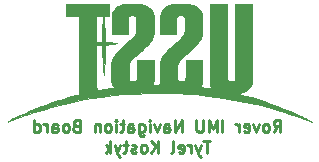
<source format=gbo>
G04 #@! TF.FileFunction,Legend,Bot*
%FSLAX46Y46*%
G04 Gerber Fmt 4.6, Leading zero omitted, Abs format (unit mm)*
G04 Created by KiCad (PCBNEW 4.0.4-stable) date 06/13/17 21:08:50*
%MOMM*%
%LPD*%
G01*
G04 APERTURE LIST*
%ADD10C,0.100000*%
%ADD11C,0.250000*%
%ADD12C,0.010000*%
G04 APERTURE END LIST*
D10*
D11*
X194133334Y-111877381D02*
X194466668Y-111401190D01*
X194704763Y-111877381D02*
X194704763Y-110877381D01*
X194323810Y-110877381D01*
X194228572Y-110925000D01*
X194180953Y-110972619D01*
X194133334Y-111067857D01*
X194133334Y-111210714D01*
X194180953Y-111305952D01*
X194228572Y-111353571D01*
X194323810Y-111401190D01*
X194704763Y-111401190D01*
X193561906Y-111877381D02*
X193657144Y-111829762D01*
X193704763Y-111782143D01*
X193752382Y-111686905D01*
X193752382Y-111401190D01*
X193704763Y-111305952D01*
X193657144Y-111258333D01*
X193561906Y-111210714D01*
X193419048Y-111210714D01*
X193323810Y-111258333D01*
X193276191Y-111305952D01*
X193228572Y-111401190D01*
X193228572Y-111686905D01*
X193276191Y-111782143D01*
X193323810Y-111829762D01*
X193419048Y-111877381D01*
X193561906Y-111877381D01*
X192895239Y-111210714D02*
X192657144Y-111877381D01*
X192419048Y-111210714D01*
X191657143Y-111829762D02*
X191752381Y-111877381D01*
X191942858Y-111877381D01*
X192038096Y-111829762D01*
X192085715Y-111734524D01*
X192085715Y-111353571D01*
X192038096Y-111258333D01*
X191942858Y-111210714D01*
X191752381Y-111210714D01*
X191657143Y-111258333D01*
X191609524Y-111353571D01*
X191609524Y-111448810D01*
X192085715Y-111544048D01*
X191180953Y-111877381D02*
X191180953Y-111210714D01*
X191180953Y-111401190D02*
X191133334Y-111305952D01*
X191085715Y-111258333D01*
X190990477Y-111210714D01*
X190895238Y-111210714D01*
X189800000Y-111877381D02*
X189800000Y-110877381D01*
X189323810Y-111877381D02*
X189323810Y-110877381D01*
X188990476Y-111591667D01*
X188657143Y-110877381D01*
X188657143Y-111877381D01*
X188180953Y-110877381D02*
X188180953Y-111686905D01*
X188133334Y-111782143D01*
X188085715Y-111829762D01*
X187990477Y-111877381D01*
X187800000Y-111877381D01*
X187704762Y-111829762D01*
X187657143Y-111782143D01*
X187609524Y-111686905D01*
X187609524Y-110877381D01*
X186371429Y-111877381D02*
X186371429Y-110877381D01*
X185800000Y-111877381D01*
X185800000Y-110877381D01*
X184895238Y-111877381D02*
X184895238Y-111353571D01*
X184942857Y-111258333D01*
X185038095Y-111210714D01*
X185228572Y-111210714D01*
X185323810Y-111258333D01*
X184895238Y-111829762D02*
X184990476Y-111877381D01*
X185228572Y-111877381D01*
X185323810Y-111829762D01*
X185371429Y-111734524D01*
X185371429Y-111639286D01*
X185323810Y-111544048D01*
X185228572Y-111496429D01*
X184990476Y-111496429D01*
X184895238Y-111448810D01*
X184514286Y-111210714D02*
X184276191Y-111877381D01*
X184038095Y-111210714D01*
X183657143Y-111877381D02*
X183657143Y-111210714D01*
X183657143Y-110877381D02*
X183704762Y-110925000D01*
X183657143Y-110972619D01*
X183609524Y-110925000D01*
X183657143Y-110877381D01*
X183657143Y-110972619D01*
X182752381Y-111210714D02*
X182752381Y-112020238D01*
X182800000Y-112115476D01*
X182847619Y-112163095D01*
X182942858Y-112210714D01*
X183085715Y-112210714D01*
X183180953Y-112163095D01*
X182752381Y-111829762D02*
X182847619Y-111877381D01*
X183038096Y-111877381D01*
X183133334Y-111829762D01*
X183180953Y-111782143D01*
X183228572Y-111686905D01*
X183228572Y-111401190D01*
X183180953Y-111305952D01*
X183133334Y-111258333D01*
X183038096Y-111210714D01*
X182847619Y-111210714D01*
X182752381Y-111258333D01*
X181847619Y-111877381D02*
X181847619Y-111353571D01*
X181895238Y-111258333D01*
X181990476Y-111210714D01*
X182180953Y-111210714D01*
X182276191Y-111258333D01*
X181847619Y-111829762D02*
X181942857Y-111877381D01*
X182180953Y-111877381D01*
X182276191Y-111829762D01*
X182323810Y-111734524D01*
X182323810Y-111639286D01*
X182276191Y-111544048D01*
X182180953Y-111496429D01*
X181942857Y-111496429D01*
X181847619Y-111448810D01*
X181514286Y-111210714D02*
X181133334Y-111210714D01*
X181371429Y-110877381D02*
X181371429Y-111734524D01*
X181323810Y-111829762D01*
X181228572Y-111877381D01*
X181133334Y-111877381D01*
X180800000Y-111877381D02*
X180800000Y-111210714D01*
X180800000Y-110877381D02*
X180847619Y-110925000D01*
X180800000Y-110972619D01*
X180752381Y-110925000D01*
X180800000Y-110877381D01*
X180800000Y-110972619D01*
X180180953Y-111877381D02*
X180276191Y-111829762D01*
X180323810Y-111782143D01*
X180371429Y-111686905D01*
X180371429Y-111401190D01*
X180323810Y-111305952D01*
X180276191Y-111258333D01*
X180180953Y-111210714D01*
X180038095Y-111210714D01*
X179942857Y-111258333D01*
X179895238Y-111305952D01*
X179847619Y-111401190D01*
X179847619Y-111686905D01*
X179895238Y-111782143D01*
X179942857Y-111829762D01*
X180038095Y-111877381D01*
X180180953Y-111877381D01*
X179419048Y-111210714D02*
X179419048Y-111877381D01*
X179419048Y-111305952D02*
X179371429Y-111258333D01*
X179276191Y-111210714D01*
X179133333Y-111210714D01*
X179038095Y-111258333D01*
X178990476Y-111353571D01*
X178990476Y-111877381D01*
X177419047Y-111353571D02*
X177276190Y-111401190D01*
X177228571Y-111448810D01*
X177180952Y-111544048D01*
X177180952Y-111686905D01*
X177228571Y-111782143D01*
X177276190Y-111829762D01*
X177371428Y-111877381D01*
X177752381Y-111877381D01*
X177752381Y-110877381D01*
X177419047Y-110877381D01*
X177323809Y-110925000D01*
X177276190Y-110972619D01*
X177228571Y-111067857D01*
X177228571Y-111163095D01*
X177276190Y-111258333D01*
X177323809Y-111305952D01*
X177419047Y-111353571D01*
X177752381Y-111353571D01*
X176609524Y-111877381D02*
X176704762Y-111829762D01*
X176752381Y-111782143D01*
X176800000Y-111686905D01*
X176800000Y-111401190D01*
X176752381Y-111305952D01*
X176704762Y-111258333D01*
X176609524Y-111210714D01*
X176466666Y-111210714D01*
X176371428Y-111258333D01*
X176323809Y-111305952D01*
X176276190Y-111401190D01*
X176276190Y-111686905D01*
X176323809Y-111782143D01*
X176371428Y-111829762D01*
X176466666Y-111877381D01*
X176609524Y-111877381D01*
X175419047Y-111877381D02*
X175419047Y-111353571D01*
X175466666Y-111258333D01*
X175561904Y-111210714D01*
X175752381Y-111210714D01*
X175847619Y-111258333D01*
X175419047Y-111829762D02*
X175514285Y-111877381D01*
X175752381Y-111877381D01*
X175847619Y-111829762D01*
X175895238Y-111734524D01*
X175895238Y-111639286D01*
X175847619Y-111544048D01*
X175752381Y-111496429D01*
X175514285Y-111496429D01*
X175419047Y-111448810D01*
X174942857Y-111877381D02*
X174942857Y-111210714D01*
X174942857Y-111401190D02*
X174895238Y-111305952D01*
X174847619Y-111258333D01*
X174752381Y-111210714D01*
X174657142Y-111210714D01*
X173895237Y-111877381D02*
X173895237Y-110877381D01*
X173895237Y-111829762D02*
X173990475Y-111877381D01*
X174180952Y-111877381D01*
X174276190Y-111829762D01*
X174323809Y-111782143D01*
X174371428Y-111686905D01*
X174371428Y-111401190D01*
X174323809Y-111305952D01*
X174276190Y-111258333D01*
X174180952Y-111210714D01*
X173990475Y-111210714D01*
X173895237Y-111258333D01*
X188776192Y-112627381D02*
X188204763Y-112627381D01*
X188490478Y-113627381D02*
X188490478Y-112627381D01*
X187966668Y-112960714D02*
X187728573Y-113627381D01*
X187490477Y-112960714D02*
X187728573Y-113627381D01*
X187823811Y-113865476D01*
X187871430Y-113913095D01*
X187966668Y-113960714D01*
X187109525Y-113627381D02*
X187109525Y-112960714D01*
X187109525Y-113151190D02*
X187061906Y-113055952D01*
X187014287Y-113008333D01*
X186919049Y-112960714D01*
X186823810Y-112960714D01*
X186109524Y-113579762D02*
X186204762Y-113627381D01*
X186395239Y-113627381D01*
X186490477Y-113579762D01*
X186538096Y-113484524D01*
X186538096Y-113103571D01*
X186490477Y-113008333D01*
X186395239Y-112960714D01*
X186204762Y-112960714D01*
X186109524Y-113008333D01*
X186061905Y-113103571D01*
X186061905Y-113198810D01*
X186538096Y-113294048D01*
X185490477Y-113627381D02*
X185585715Y-113579762D01*
X185633334Y-113484524D01*
X185633334Y-112627381D01*
X184347619Y-113627381D02*
X184347619Y-112627381D01*
X183776190Y-113627381D02*
X184204762Y-113055952D01*
X183776190Y-112627381D02*
X184347619Y-113198810D01*
X183204762Y-113627381D02*
X183300000Y-113579762D01*
X183347619Y-113532143D01*
X183395238Y-113436905D01*
X183395238Y-113151190D01*
X183347619Y-113055952D01*
X183300000Y-113008333D01*
X183204762Y-112960714D01*
X183061904Y-112960714D01*
X182966666Y-113008333D01*
X182919047Y-113055952D01*
X182871428Y-113151190D01*
X182871428Y-113436905D01*
X182919047Y-113532143D01*
X182966666Y-113579762D01*
X183061904Y-113627381D01*
X183204762Y-113627381D01*
X182490476Y-113579762D02*
X182395238Y-113627381D01*
X182204762Y-113627381D01*
X182109523Y-113579762D01*
X182061904Y-113484524D01*
X182061904Y-113436905D01*
X182109523Y-113341667D01*
X182204762Y-113294048D01*
X182347619Y-113294048D01*
X182442857Y-113246429D01*
X182490476Y-113151190D01*
X182490476Y-113103571D01*
X182442857Y-113008333D01*
X182347619Y-112960714D01*
X182204762Y-112960714D01*
X182109523Y-113008333D01*
X181776190Y-112960714D02*
X181395238Y-112960714D01*
X181633333Y-112627381D02*
X181633333Y-113484524D01*
X181585714Y-113579762D01*
X181490476Y-113627381D01*
X181395238Y-113627381D01*
X181157142Y-112960714D02*
X180919047Y-113627381D01*
X180680951Y-112960714D02*
X180919047Y-113627381D01*
X181014285Y-113865476D01*
X181061904Y-113913095D01*
X181157142Y-113960714D01*
X180299999Y-113627381D02*
X180299999Y-112627381D01*
X180204761Y-113246429D02*
X179919046Y-113627381D01*
X179919046Y-112960714D02*
X180299999Y-113341667D01*
D12*
G36*
X186180139Y-100999918D02*
X186030762Y-101004198D01*
X185901803Y-101010541D01*
X185788325Y-101019496D01*
X185685391Y-101031610D01*
X185588066Y-101047430D01*
X185491412Y-101067503D01*
X185423927Y-101083767D01*
X185245662Y-101138100D01*
X185088671Y-101205876D01*
X184952417Y-101287518D01*
X184836366Y-101383452D01*
X184739981Y-101494101D01*
X184662726Y-101619890D01*
X184618139Y-101721419D01*
X184602607Y-101763898D01*
X184589222Y-101804099D01*
X184577824Y-101844224D01*
X184568256Y-101886476D01*
X184560357Y-101933054D01*
X184553969Y-101986161D01*
X184548933Y-102047997D01*
X184545089Y-102120765D01*
X184542278Y-102206665D01*
X184540342Y-102307900D01*
X184539121Y-102426669D01*
X184538456Y-102565176D01*
X184538188Y-102725621D01*
X184538152Y-102828175D01*
X184538100Y-103587000D01*
X185909700Y-103587000D01*
X185909700Y-102878490D01*
X185909701Y-102169981D01*
X185938275Y-102113315D01*
X185978064Y-102062127D01*
X186038261Y-102024129D01*
X186117309Y-101999759D01*
X186213651Y-101989451D01*
X186325729Y-101993644D01*
X186354178Y-101996780D01*
X186433606Y-102009974D01*
X186492651Y-102028632D01*
X186536135Y-102055068D01*
X186568879Y-102091594D01*
X186576450Y-102103397D01*
X186582163Y-102113702D01*
X186586948Y-102125497D01*
X186590889Y-102140986D01*
X186594067Y-102162372D01*
X186596564Y-102191857D01*
X186598461Y-102231644D01*
X186599842Y-102283936D01*
X186600787Y-102350936D01*
X186601378Y-102434846D01*
X186601698Y-102537870D01*
X186601828Y-102662211D01*
X186601850Y-102786900D01*
X186601814Y-102939291D01*
X186601544Y-103068619D01*
X186600801Y-103177217D01*
X186599346Y-103267423D01*
X186596941Y-103341571D01*
X186593345Y-103401997D01*
X186588319Y-103451037D01*
X186581624Y-103491027D01*
X186573020Y-103524302D01*
X186562270Y-103553197D01*
X186549132Y-103580049D01*
X186533368Y-103607193D01*
X186514761Y-103636929D01*
X186492261Y-103671249D01*
X186468076Y-103705081D01*
X186440733Y-103739845D01*
X186408758Y-103776959D01*
X186370679Y-103817845D01*
X186325021Y-103863922D01*
X186270313Y-103916609D01*
X186205080Y-103977328D01*
X186127849Y-104047496D01*
X186037147Y-104128534D01*
X185931502Y-104221863D01*
X185809439Y-104328901D01*
X185674750Y-104446479D01*
X185503105Y-104597852D01*
X185350800Y-104736087D01*
X185216436Y-104862711D01*
X185098615Y-104979250D01*
X184995939Y-105087232D01*
X184907009Y-105188184D01*
X184830427Y-105283633D01*
X184764794Y-105375107D01*
X184708711Y-105464131D01*
X184660781Y-105552233D01*
X184659144Y-105555500D01*
X184624573Y-105628424D01*
X184594663Y-105700705D01*
X184569134Y-105774659D01*
X184547704Y-105852600D01*
X184530093Y-105936842D01*
X184516022Y-106029702D01*
X184505209Y-106133493D01*
X184497374Y-106250531D01*
X184492237Y-106383130D01*
X184489516Y-106533606D01*
X184488933Y-106704273D01*
X184490205Y-106897445D01*
X184490732Y-106945462D01*
X184492747Y-107095539D01*
X184495151Y-107223028D01*
X184498169Y-107330744D01*
X184502024Y-107421500D01*
X184506942Y-107498108D01*
X184513147Y-107563381D01*
X184520862Y-107620132D01*
X184530313Y-107671175D01*
X184541722Y-107719322D01*
X184555316Y-107767385D01*
X184556607Y-107771650D01*
X184567595Y-107809378D01*
X184574657Y-107836724D01*
X184576063Y-107844675D01*
X184563956Y-107847227D01*
X184529778Y-107849520D01*
X184476857Y-107851460D01*
X184408522Y-107852950D01*
X184328100Y-107853895D01*
X184245145Y-107854200D01*
X184144888Y-107854104D01*
X184067248Y-107853690D01*
X184009444Y-107852767D01*
X183968691Y-107851144D01*
X183942209Y-107848630D01*
X183927214Y-107845034D01*
X183920923Y-107840166D01*
X183920556Y-107833834D01*
X183921071Y-107831975D01*
X183944952Y-107745744D01*
X183966899Y-107648118D01*
X183984203Y-107552050D01*
X183992145Y-107492250D01*
X183994297Y-107459237D01*
X183996334Y-107403387D01*
X183998222Y-107327262D01*
X183999925Y-107233426D01*
X184001410Y-107124441D01*
X184002642Y-107002869D01*
X184003586Y-106871274D01*
X184004209Y-106732217D01*
X184004475Y-106588263D01*
X184004480Y-106574675D01*
X184004700Y-105771400D01*
X182570133Y-105771400D01*
X182566692Y-106606425D01*
X182566075Y-106777190D01*
X182565570Y-106924411D01*
X182564934Y-107049940D01*
X182563920Y-107155630D01*
X182562285Y-107243335D01*
X182559784Y-107314907D01*
X182556173Y-107372199D01*
X182551205Y-107417065D01*
X182544638Y-107451356D01*
X182536226Y-107476926D01*
X182525724Y-107495629D01*
X182512888Y-107509316D01*
X182497473Y-107519841D01*
X182479234Y-107529056D01*
X182457928Y-107538816D01*
X182442600Y-107546187D01*
X182409831Y-107561547D01*
X182380394Y-107571624D01*
X182347513Y-107577515D01*
X182304411Y-107580317D01*
X182244312Y-107581129D01*
X182226700Y-107581150D01*
X182135684Y-107578517D01*
X182064580Y-107569634D01*
X182008355Y-107553021D01*
X181961972Y-107527201D01*
X181921065Y-107491381D01*
X181877450Y-107446377D01*
X181877450Y-106107950D01*
X181922966Y-106012700D01*
X181948678Y-105962737D01*
X181978448Y-105913018D01*
X182013737Y-105862045D01*
X182056009Y-105808324D01*
X182106727Y-105750357D01*
X182167354Y-105686648D01*
X182239353Y-105615702D01*
X182324187Y-105536022D01*
X182423319Y-105446112D01*
X182538212Y-105344476D01*
X182670328Y-105229618D01*
X182785779Y-105130314D01*
X182960712Y-104978659D01*
X183115847Y-104840442D01*
X183252255Y-104714620D01*
X183371007Y-104600152D01*
X183473172Y-104495993D01*
X183559821Y-104401102D01*
X183632025Y-104314436D01*
X183657600Y-104281174D01*
X183733479Y-104171769D01*
X183804381Y-104054135D01*
X183866327Y-103935585D01*
X183915341Y-103823434D01*
X183932641Y-103775430D01*
X183945819Y-103734359D01*
X183957114Y-103695138D01*
X183966669Y-103655498D01*
X183974628Y-103613168D01*
X183981132Y-103565878D01*
X183986324Y-103511356D01*
X183990347Y-103447334D01*
X183993344Y-103371539D01*
X183995456Y-103281703D01*
X183996827Y-103175554D01*
X183997599Y-103050823D01*
X183997914Y-102905238D01*
X183997916Y-102736529D01*
X183997916Y-102736100D01*
X183997482Y-102005850D01*
X183963807Y-101882357D01*
X183909550Y-101726598D01*
X183835964Y-101587089D01*
X183742615Y-101463299D01*
X183629071Y-101354701D01*
X183494896Y-101260764D01*
X183420500Y-101219419D01*
X183327287Y-101175242D01*
X183229738Y-101137065D01*
X183123688Y-101103729D01*
X183004974Y-101074075D01*
X182869433Y-101046944D01*
X182712901Y-101021177D01*
X182702950Y-101019679D01*
X182641142Y-101012976D01*
X182558457Y-101007802D01*
X182459370Y-101004128D01*
X182348357Y-101001931D01*
X182229895Y-101001183D01*
X182108458Y-101001858D01*
X181988522Y-101003931D01*
X181874562Y-101007375D01*
X181771054Y-101012164D01*
X181682475Y-101018273D01*
X181613298Y-101025675D01*
X181610750Y-101026033D01*
X181402364Y-101062870D01*
X181216171Y-101111160D01*
X181051486Y-101171321D01*
X180907623Y-101243772D01*
X180783896Y-101328935D01*
X180679620Y-101427227D01*
X180594110Y-101539069D01*
X180526679Y-101664880D01*
X180512851Y-101697849D01*
X180497185Y-101737473D01*
X180483675Y-101773470D01*
X180472148Y-101808003D01*
X180462432Y-101843236D01*
X180454357Y-101881335D01*
X180447750Y-101924463D01*
X180442440Y-101974785D01*
X180438255Y-102034465D01*
X180435023Y-102105667D01*
X180432573Y-102190555D01*
X180430733Y-102291293D01*
X180429331Y-102410047D01*
X180428195Y-102548980D01*
X180427155Y-102710256D01*
X180426714Y-102783724D01*
X180421913Y-103586999D01*
X181108407Y-103586999D01*
X181794900Y-103587000D01*
X181794900Y-102879809D01*
X181794925Y-102727786D01*
X181795049Y-102599043D01*
X181795343Y-102491458D01*
X181795883Y-102402913D01*
X181796741Y-102331285D01*
X181797991Y-102274455D01*
X181799705Y-102230302D01*
X181801957Y-102196706D01*
X181804820Y-102171546D01*
X181808367Y-102152701D01*
X181812672Y-102138052D01*
X181817807Y-102125478D01*
X181821202Y-102118288D01*
X181851302Y-102071906D01*
X181892697Y-102038243D01*
X181949863Y-102014741D01*
X182027277Y-101998840D01*
X182031130Y-101998287D01*
X182148575Y-101989299D01*
X182255398Y-101996394D01*
X182347390Y-102019188D01*
X182372361Y-102029437D01*
X182396801Y-102040367D01*
X182417506Y-102050355D01*
X182434783Y-102061479D01*
X182448942Y-102075814D01*
X182460293Y-102095437D01*
X182469143Y-102122423D01*
X182475803Y-102158849D01*
X182480582Y-102206790D01*
X182483789Y-102268324D01*
X182485733Y-102345525D01*
X182486723Y-102440471D01*
X182487068Y-102555237D01*
X182487078Y-102691899D01*
X182487050Y-102799600D01*
X182487033Y-102945175D01*
X182486920Y-103067618D01*
X182486622Y-103169199D01*
X182486047Y-103252185D01*
X182485106Y-103318845D01*
X182483707Y-103371448D01*
X182481761Y-103412263D01*
X182479177Y-103443557D01*
X182475865Y-103467599D01*
X182471733Y-103486658D01*
X182466692Y-103503003D01*
X182460652Y-103518901D01*
X182458117Y-103525193D01*
X182435994Y-103571500D01*
X182404739Y-103626660D01*
X182370761Y-103679436D01*
X182367606Y-103683943D01*
X182347342Y-103712239D01*
X182327250Y-103739044D01*
X182305954Y-103765645D01*
X182282074Y-103793332D01*
X182254231Y-103823395D01*
X182221047Y-103857123D01*
X182181143Y-103895805D01*
X182133140Y-103940730D01*
X182075660Y-103993188D01*
X182007323Y-104054467D01*
X181926752Y-104125858D01*
X181832568Y-104208650D01*
X181723391Y-104304131D01*
X181597844Y-104413591D01*
X181454547Y-104538319D01*
X181446356Y-104545445D01*
X181371669Y-104611800D01*
X181286197Y-104689992D01*
X181196810Y-104773595D01*
X181110375Y-104856184D01*
X181033762Y-104931333D01*
X181032298Y-104932795D01*
X180891569Y-105079061D01*
X180771799Y-105216502D01*
X180671360Y-105347908D01*
X180588624Y-105476070D01*
X180521960Y-105603779D01*
X180469741Y-105733826D01*
X180430337Y-105869001D01*
X180402120Y-106012096D01*
X180402026Y-106012700D01*
X180396700Y-106049645D01*
X180392252Y-106088106D01*
X180388603Y-106130679D01*
X180385678Y-106179960D01*
X180383400Y-106238544D01*
X180381692Y-106309028D01*
X180380479Y-106394005D01*
X180379684Y-106496073D01*
X180379230Y-106617827D01*
X180379042Y-106761863D01*
X180379029Y-106793750D01*
X180379175Y-106957900D01*
X180379821Y-107099079D01*
X180381131Y-107219711D01*
X180383268Y-107322223D01*
X180386395Y-107409041D01*
X180390675Y-107482589D01*
X180396272Y-107545295D01*
X180403349Y-107599583D01*
X180412069Y-107647880D01*
X180422596Y-107692611D01*
X180435092Y-107736202D01*
X180444422Y-107765300D01*
X180494296Y-107887959D01*
X180563984Y-108012596D01*
X180591817Y-108055117D01*
X180611878Y-108086500D01*
X180623395Y-108107988D01*
X180624550Y-108113537D01*
X180611265Y-108116239D01*
X180576387Y-108121889D01*
X180523481Y-108129950D01*
X180456111Y-108139885D01*
X180377845Y-108151156D01*
X180328050Y-108158209D01*
X180239841Y-108171103D01*
X180132756Y-108187525D01*
X180012916Y-108206492D01*
X179886442Y-108227017D01*
X179759455Y-108248117D01*
X179638075Y-108268806D01*
X179605796Y-108274414D01*
X179503951Y-108292105D01*
X179409700Y-108308312D01*
X179326056Y-108322529D01*
X179256030Y-108334251D01*
X179202636Y-108342973D01*
X179168885Y-108348189D01*
X179158121Y-108349500D01*
X179155739Y-108346482D01*
X179153575Y-108336689D01*
X179151621Y-108319015D01*
X179149865Y-108292350D01*
X179148299Y-108255588D01*
X179146912Y-108207620D01*
X179145694Y-108147339D01*
X179144635Y-108073637D01*
X179143725Y-107985407D01*
X179142955Y-107881540D01*
X179142314Y-107760929D01*
X179141791Y-107622466D01*
X179141378Y-107465043D01*
X179141065Y-107287553D01*
X179140840Y-107088888D01*
X179140695Y-106867939D01*
X179140618Y-106623601D01*
X179140600Y-106406717D01*
X179140601Y-104463935D01*
X179175525Y-104469555D01*
X179200377Y-104472980D01*
X179244921Y-104478571D01*
X179303608Y-104485651D01*
X179370890Y-104493544D01*
X179397571Y-104496617D01*
X179584692Y-104518059D01*
X179590981Y-104557354D01*
X179592797Y-104576488D01*
X179595967Y-104618785D01*
X179600350Y-104682054D01*
X179605805Y-104764103D01*
X179612191Y-104862739D01*
X179619367Y-104975769D01*
X179627191Y-105101003D01*
X179635523Y-105236248D01*
X179644220Y-105379311D01*
X179648711Y-105453900D01*
X179664287Y-105711873D01*
X179678577Y-105945156D01*
X179691628Y-106154423D01*
X179703488Y-106340350D01*
X179714204Y-106503610D01*
X179723824Y-106644880D01*
X179732396Y-106764833D01*
X179739967Y-106864144D01*
X179746584Y-106943489D01*
X179752294Y-107003541D01*
X179757146Y-107044975D01*
X179761187Y-107068467D01*
X179762655Y-107073150D01*
X179769580Y-107083514D01*
X179773354Y-107073182D01*
X179774864Y-107041400D01*
X179775957Y-107009102D01*
X179778331Y-106957288D01*
X179781694Y-106891791D01*
X179785750Y-106818446D01*
X179788299Y-106774700D01*
X179791505Y-106717270D01*
X179795776Y-106635005D01*
X179801088Y-106528448D01*
X179807414Y-106398140D01*
X179814730Y-106244623D01*
X179823010Y-106068439D01*
X179832229Y-105870129D01*
X179842362Y-105650237D01*
X179853382Y-105409302D01*
X179865265Y-105147869D01*
X179877985Y-104866477D01*
X179885317Y-104703667D01*
X179893642Y-104518584D01*
X180377546Y-104438106D01*
X180485377Y-104420007D01*
X180585340Y-104402911D01*
X180674661Y-104387315D01*
X180750568Y-104373718D01*
X180810290Y-104362618D01*
X180851052Y-104354512D01*
X180870083Y-104349900D01*
X180871045Y-104349434D01*
X180861902Y-104345489D01*
X180830117Y-104339091D01*
X180778291Y-104330595D01*
X180709025Y-104320353D01*
X180624923Y-104308720D01*
X180528585Y-104296049D01*
X180422614Y-104282693D01*
X180309612Y-104269005D01*
X180192179Y-104255340D01*
X180113605Y-104246516D01*
X180042687Y-104238393D01*
X179981002Y-104230801D01*
X179932798Y-104224305D01*
X179902320Y-104219471D01*
X179893596Y-104217228D01*
X179891768Y-104203830D01*
X179888652Y-104167522D01*
X179884411Y-104110756D01*
X179879213Y-104035981D01*
X179873221Y-103945647D01*
X179866603Y-103842204D01*
X179859523Y-103728101D01*
X179852147Y-103605788D01*
X179851108Y-103588283D01*
X179842659Y-103446259D01*
X179833687Y-103296574D01*
X179824501Y-103144279D01*
X179815407Y-102994428D01*
X179806713Y-102852074D01*
X179798725Y-102722268D01*
X179791750Y-102610063D01*
X179788542Y-102559025D01*
X179782242Y-102457915D01*
X179776503Y-102363153D01*
X179771523Y-102278197D01*
X179767497Y-102206505D01*
X179764623Y-102151536D01*
X179763097Y-102116747D01*
X179762900Y-102108074D01*
X179762900Y-102063000D01*
X179677931Y-102063000D01*
X179669634Y-102288425D01*
X179665712Y-102391501D01*
X179661004Y-102509365D01*
X179655642Y-102639147D01*
X179649756Y-102777980D01*
X179643477Y-102922996D01*
X179636937Y-103071325D01*
X179630265Y-103220101D01*
X179623593Y-103366454D01*
X179617050Y-103507516D01*
X179610769Y-103640420D01*
X179604880Y-103762296D01*
X179599513Y-103870278D01*
X179594800Y-103961496D01*
X179590871Y-104033082D01*
X179587856Y-104082168D01*
X179587847Y-104082300D01*
X179578750Y-104215650D01*
X179388250Y-104249245D01*
X179319574Y-104261119D01*
X179257949Y-104271334D01*
X179208563Y-104279063D01*
X179176601Y-104283479D01*
X179169175Y-104284170D01*
X179140600Y-104285500D01*
X179140600Y-102063000D01*
X179677931Y-102063000D01*
X179762900Y-102063000D01*
X180232800Y-102063000D01*
X180232800Y-101072400D01*
X176562500Y-101072400D01*
X176562500Y-102062724D01*
X177635650Y-102069350D01*
X177642048Y-108691408D01*
X177594399Y-108703879D01*
X177559569Y-108712859D01*
X177509474Y-108725608D01*
X177453493Y-108739743D01*
X177438800Y-108743433D01*
X177098109Y-108832528D01*
X176739753Y-108933077D01*
X176367978Y-109043683D01*
X175987030Y-109162948D01*
X175601153Y-109289478D01*
X175214594Y-109421874D01*
X174831597Y-109558741D01*
X174456407Y-109698681D01*
X174093270Y-109840297D01*
X174039789Y-109861724D01*
X173829446Y-109947577D01*
X173610234Y-110039433D01*
X173385453Y-110135790D01*
X173158405Y-110235148D01*
X172932388Y-110336007D01*
X172710704Y-110436868D01*
X172496654Y-110536229D01*
X172293537Y-110632591D01*
X172104654Y-110724453D01*
X171933306Y-110810316D01*
X171796706Y-110881279D01*
X171730341Y-110917237D01*
X171678597Y-110946788D01*
X171642979Y-110968905D01*
X171624988Y-110982561D01*
X171626127Y-110986729D01*
X171647899Y-110980382D01*
X171656400Y-110977165D01*
X171990525Y-110849747D01*
X172342555Y-110720115D01*
X172707655Y-110589884D01*
X173080990Y-110460669D01*
X173457724Y-110334085D01*
X173833024Y-110211746D01*
X174202054Y-110095268D01*
X174559979Y-109986264D01*
X174901965Y-109886351D01*
X175034049Y-109849059D01*
X175943610Y-109608197D01*
X176858635Y-109392089D01*
X177778708Y-109200780D01*
X178703417Y-109034314D01*
X179632348Y-108892734D01*
X180565087Y-108776084D01*
X181501220Y-108684408D01*
X182440334Y-108617749D01*
X183382016Y-108576153D01*
X184325851Y-108559661D01*
X185271426Y-108568319D01*
X186218328Y-108602171D01*
X186601850Y-108623043D01*
X187532834Y-108691226D01*
X188461916Y-108784228D01*
X189388026Y-108901865D01*
X190310095Y-109043956D01*
X191227055Y-109210316D01*
X192137835Y-109400763D01*
X193041368Y-109615114D01*
X193936583Y-109853184D01*
X194167965Y-109918980D01*
X194470154Y-110007962D01*
X194785233Y-110104288D01*
X195107892Y-110206203D01*
X195432822Y-110311952D01*
X195754714Y-110419777D01*
X196068259Y-110527924D01*
X196368146Y-110634636D01*
X196649068Y-110738157D01*
X196679300Y-110749545D01*
X196815434Y-110800682D01*
X196940868Y-110847280D01*
X197053898Y-110888735D01*
X197152817Y-110924440D01*
X197235921Y-110953791D01*
X197301505Y-110976183D01*
X197347864Y-110991011D01*
X197373293Y-110997670D01*
X197377800Y-110997426D01*
X197366657Y-110988384D01*
X197334676Y-110969660D01*
X197284034Y-110942319D01*
X197216908Y-110907428D01*
X197135473Y-110866054D01*
X197041905Y-110819265D01*
X196938381Y-110768126D01*
X196827076Y-110713704D01*
X196710167Y-110657066D01*
X196589830Y-110599280D01*
X196468241Y-110541410D01*
X196347576Y-110484526D01*
X196230010Y-110429692D01*
X196117721Y-110377976D01*
X196067480Y-110355092D01*
X195536945Y-110121179D01*
X194996583Y-109896109D01*
X194450016Y-109681162D01*
X193900866Y-109477619D01*
X193352753Y-109286760D01*
X192809300Y-109109866D01*
X192274128Y-108948217D01*
X191750858Y-108803092D01*
X191481825Y-108733873D01*
X191400345Y-108713157D01*
X191327763Y-108694050D01*
X191267493Y-108677505D01*
X191222948Y-108664474D01*
X191197543Y-108655911D01*
X191192900Y-108653257D01*
X191204010Y-108645503D01*
X191233577Y-108632196D01*
X191275954Y-108615800D01*
X191291325Y-108610294D01*
X191388929Y-108572224D01*
X191494879Y-108524557D01*
X191599904Y-108471836D01*
X191694731Y-108418608D01*
X191739000Y-108390880D01*
X191886835Y-108282701D01*
X192012003Y-108166601D01*
X192116762Y-108039555D01*
X192203370Y-107898540D01*
X192274083Y-107740532D01*
X192315019Y-107619250D01*
X192341666Y-107530350D01*
X192345302Y-104301374D01*
X192348938Y-101072399D01*
X191605819Y-101072399D01*
X190862700Y-101072400D01*
X190860715Y-101818525D01*
X190860501Y-101909917D01*
X190860281Y-102024935D01*
X190860055Y-102161808D01*
X190859827Y-102318760D01*
X190859597Y-102494019D01*
X190859368Y-102685812D01*
X190859141Y-102892364D01*
X190858918Y-103111904D01*
X190858701Y-103342657D01*
X190858491Y-103582850D01*
X190858291Y-103830710D01*
X190858102Y-104084464D01*
X190857925Y-104342338D01*
X190857763Y-104602559D01*
X190857617Y-104863354D01*
X190857540Y-105015750D01*
X190857367Y-105263614D01*
X190857095Y-105504803D01*
X190856729Y-105738077D01*
X190856276Y-105962199D01*
X190855742Y-106175931D01*
X190855131Y-106378036D01*
X190854450Y-106567276D01*
X190853705Y-106742412D01*
X190852901Y-106902207D01*
X190852045Y-107045423D01*
X190851142Y-107170822D01*
X190850197Y-107277167D01*
X190849217Y-107363219D01*
X190848207Y-107427742D01*
X190847174Y-107469496D01*
X190846122Y-107487244D01*
X190845988Y-107487716D01*
X190829632Y-107503354D01*
X190796949Y-107523926D01*
X190757088Y-107543995D01*
X190662590Y-107574935D01*
X190562372Y-107587197D01*
X190462431Y-107581199D01*
X190368766Y-107557359D01*
X190287375Y-107516096D01*
X190279706Y-107510713D01*
X190225381Y-107471360D01*
X190227822Y-105633955D01*
X190228122Y-105389239D01*
X190228391Y-105131963D01*
X190228627Y-104865351D01*
X190228830Y-104592627D01*
X190228997Y-104317016D01*
X190229129Y-104041743D01*
X190229223Y-103770031D01*
X190229279Y-103505105D01*
X190229296Y-103250191D01*
X190229272Y-103008512D01*
X190229205Y-102783292D01*
X190229096Y-102577756D01*
X190228982Y-102434475D01*
X190227700Y-101072400D01*
X188728594Y-101072400D01*
X188732655Y-104422025D01*
X188733059Y-104770265D01*
X188733410Y-105094045D01*
X188733731Y-105394304D01*
X188734043Y-105671982D01*
X188734368Y-105928018D01*
X188734729Y-106163353D01*
X188735147Y-106378924D01*
X188735645Y-106575673D01*
X188736244Y-106754539D01*
X188736966Y-106916461D01*
X188737833Y-107062378D01*
X188738867Y-107193231D01*
X188740091Y-107309959D01*
X188741526Y-107413501D01*
X188743194Y-107504798D01*
X188745118Y-107584787D01*
X188747318Y-107654411D01*
X188749818Y-107714607D01*
X188752639Y-107766315D01*
X188755802Y-107810475D01*
X188759331Y-107848026D01*
X188763247Y-107879909D01*
X188767572Y-107907062D01*
X188772328Y-107930426D01*
X188777537Y-107950939D01*
X188783221Y-107969541D01*
X188789402Y-107987172D01*
X188796101Y-108004772D01*
X188803342Y-108023279D01*
X188811146Y-108043635D01*
X188817806Y-108061874D01*
X188834432Y-108111282D01*
X188846129Y-108151190D01*
X188851343Y-108175986D01*
X188850890Y-108181143D01*
X188837072Y-108181141D01*
X188801264Y-108177839D01*
X188746606Y-108171618D01*
X188676240Y-108162861D01*
X188593307Y-108151949D01*
X188500949Y-108139265D01*
X188465898Y-108134324D01*
X188365648Y-108120297D01*
X188268978Y-108107145D01*
X188180036Y-108095402D01*
X188102967Y-108085606D01*
X188041918Y-108078291D01*
X188001034Y-108073994D01*
X187995675Y-108073546D01*
X187951038Y-108069126D01*
X187918347Y-108064035D01*
X187903895Y-108059287D01*
X187903684Y-108058741D01*
X187910244Y-108044129D01*
X187926273Y-108018123D01*
X187929756Y-108012950D01*
X187972361Y-107941869D01*
X188014068Y-107857352D01*
X188049530Y-107770969D01*
X188068727Y-107712226D01*
X188078360Y-107674058D01*
X188086730Y-107631843D01*
X188093919Y-107583657D01*
X188100011Y-107527580D01*
X188105089Y-107461688D01*
X188109235Y-107384058D01*
X188112533Y-107292767D01*
X188115066Y-107185894D01*
X188116916Y-107061516D01*
X188118167Y-106917709D01*
X188118901Y-106752551D01*
X188119202Y-106564121D01*
X188119212Y-106542925D01*
X188119500Y-105771400D01*
X186684400Y-105771400D01*
X186684400Y-106584607D01*
X186684310Y-106754759D01*
X186684015Y-106901246D01*
X186683479Y-107025803D01*
X186682669Y-107130163D01*
X186681549Y-107216062D01*
X186680083Y-107285234D01*
X186678237Y-107339413D01*
X186675976Y-107380334D01*
X186673263Y-107409731D01*
X186670065Y-107429339D01*
X186667077Y-107439275D01*
X186630036Y-107495629D01*
X186572141Y-107539124D01*
X186494804Y-107569129D01*
X186399435Y-107585010D01*
X186336854Y-107587500D01*
X186233695Y-107580466D01*
X186145622Y-107560009D01*
X186074819Y-107527092D01*
X186023476Y-107482681D01*
X185997188Y-107437735D01*
X185994956Y-107419422D01*
X185992883Y-107378289D01*
X185991014Y-107316917D01*
X185989391Y-107237886D01*
X185988057Y-107143778D01*
X185987055Y-107037171D01*
X185986430Y-106920647D01*
X185986224Y-106796786D01*
X185986228Y-106783398D01*
X185986330Y-106641201D01*
X185986538Y-106522027D01*
X185986948Y-106423497D01*
X185987656Y-106343233D01*
X185988760Y-106278859D01*
X185990356Y-106227996D01*
X185992540Y-106188266D01*
X185995408Y-106157291D01*
X185999057Y-106132694D01*
X186003584Y-106112097D01*
X186009085Y-106093123D01*
X186014949Y-106075465D01*
X186035367Y-106022027D01*
X186060596Y-105969046D01*
X186091961Y-105915117D01*
X186130788Y-105858839D01*
X186178402Y-105798807D01*
X186236129Y-105733617D01*
X186305294Y-105661868D01*
X186387224Y-105582155D01*
X186483244Y-105493075D01*
X186594679Y-105393224D01*
X186722855Y-105281200D01*
X186869098Y-105155598D01*
X186944326Y-105091582D01*
X187113386Y-104946248D01*
X187263035Y-104813502D01*
X187394847Y-104691616D01*
X187510392Y-104578863D01*
X187611245Y-104473518D01*
X187698977Y-104373852D01*
X187775160Y-104278140D01*
X187841367Y-104184653D01*
X187899170Y-104091666D01*
X187950141Y-103997452D01*
X187961589Y-103974350D01*
X187997074Y-103899855D01*
X188025816Y-103834238D01*
X188048645Y-103773359D01*
X188066390Y-103713083D01*
X188079879Y-103649271D01*
X188089941Y-103577786D01*
X188097406Y-103494489D01*
X188103101Y-103395245D01*
X188107857Y-103275914D01*
X188109152Y-103237750D01*
X188112123Y-103126667D01*
X188114399Y-102997595D01*
X188115924Y-102857935D01*
X188116641Y-102715088D01*
X188116494Y-102576457D01*
X188115426Y-102449444D01*
X188115266Y-102437650D01*
X188113032Y-102302723D01*
X188110134Y-102189865D01*
X188106067Y-102095742D01*
X188100324Y-102017023D01*
X188092398Y-101950376D01*
X188081782Y-101892470D01*
X188067969Y-101839972D01*
X188050454Y-101789551D01*
X188028729Y-101737874D01*
X188002288Y-101681611D01*
X187999387Y-101675650D01*
X187929536Y-101553666D01*
X187845310Y-101446350D01*
X187744750Y-101352165D01*
X187625899Y-101269575D01*
X187486803Y-101197042D01*
X187325503Y-101133030D01*
X187295541Y-101122820D01*
X187160570Y-101082739D01*
X187019191Y-101050849D01*
X186868186Y-101026796D01*
X186704339Y-101010224D01*
X186524434Y-101000781D01*
X186325254Y-100998110D01*
X186180139Y-100999918D01*
X186180139Y-100999918D01*
G37*
X186180139Y-100999918D02*
X186030762Y-101004198D01*
X185901803Y-101010541D01*
X185788325Y-101019496D01*
X185685391Y-101031610D01*
X185588066Y-101047430D01*
X185491412Y-101067503D01*
X185423927Y-101083767D01*
X185245662Y-101138100D01*
X185088671Y-101205876D01*
X184952417Y-101287518D01*
X184836366Y-101383452D01*
X184739981Y-101494101D01*
X184662726Y-101619890D01*
X184618139Y-101721419D01*
X184602607Y-101763898D01*
X184589222Y-101804099D01*
X184577824Y-101844224D01*
X184568256Y-101886476D01*
X184560357Y-101933054D01*
X184553969Y-101986161D01*
X184548933Y-102047997D01*
X184545089Y-102120765D01*
X184542278Y-102206665D01*
X184540342Y-102307900D01*
X184539121Y-102426669D01*
X184538456Y-102565176D01*
X184538188Y-102725621D01*
X184538152Y-102828175D01*
X184538100Y-103587000D01*
X185909700Y-103587000D01*
X185909700Y-102878490D01*
X185909701Y-102169981D01*
X185938275Y-102113315D01*
X185978064Y-102062127D01*
X186038261Y-102024129D01*
X186117309Y-101999759D01*
X186213651Y-101989451D01*
X186325729Y-101993644D01*
X186354178Y-101996780D01*
X186433606Y-102009974D01*
X186492651Y-102028632D01*
X186536135Y-102055068D01*
X186568879Y-102091594D01*
X186576450Y-102103397D01*
X186582163Y-102113702D01*
X186586948Y-102125497D01*
X186590889Y-102140986D01*
X186594067Y-102162372D01*
X186596564Y-102191857D01*
X186598461Y-102231644D01*
X186599842Y-102283936D01*
X186600787Y-102350936D01*
X186601378Y-102434846D01*
X186601698Y-102537870D01*
X186601828Y-102662211D01*
X186601850Y-102786900D01*
X186601814Y-102939291D01*
X186601544Y-103068619D01*
X186600801Y-103177217D01*
X186599346Y-103267423D01*
X186596941Y-103341571D01*
X186593345Y-103401997D01*
X186588319Y-103451037D01*
X186581624Y-103491027D01*
X186573020Y-103524302D01*
X186562270Y-103553197D01*
X186549132Y-103580049D01*
X186533368Y-103607193D01*
X186514761Y-103636929D01*
X186492261Y-103671249D01*
X186468076Y-103705081D01*
X186440733Y-103739845D01*
X186408758Y-103776959D01*
X186370679Y-103817845D01*
X186325021Y-103863922D01*
X186270313Y-103916609D01*
X186205080Y-103977328D01*
X186127849Y-104047496D01*
X186037147Y-104128534D01*
X185931502Y-104221863D01*
X185809439Y-104328901D01*
X185674750Y-104446479D01*
X185503105Y-104597852D01*
X185350800Y-104736087D01*
X185216436Y-104862711D01*
X185098615Y-104979250D01*
X184995939Y-105087232D01*
X184907009Y-105188184D01*
X184830427Y-105283633D01*
X184764794Y-105375107D01*
X184708711Y-105464131D01*
X184660781Y-105552233D01*
X184659144Y-105555500D01*
X184624573Y-105628424D01*
X184594663Y-105700705D01*
X184569134Y-105774659D01*
X184547704Y-105852600D01*
X184530093Y-105936842D01*
X184516022Y-106029702D01*
X184505209Y-106133493D01*
X184497374Y-106250531D01*
X184492237Y-106383130D01*
X184489516Y-106533606D01*
X184488933Y-106704273D01*
X184490205Y-106897445D01*
X184490732Y-106945462D01*
X184492747Y-107095539D01*
X184495151Y-107223028D01*
X184498169Y-107330744D01*
X184502024Y-107421500D01*
X184506942Y-107498108D01*
X184513147Y-107563381D01*
X184520862Y-107620132D01*
X184530313Y-107671175D01*
X184541722Y-107719322D01*
X184555316Y-107767385D01*
X184556607Y-107771650D01*
X184567595Y-107809378D01*
X184574657Y-107836724D01*
X184576063Y-107844675D01*
X184563956Y-107847227D01*
X184529778Y-107849520D01*
X184476857Y-107851460D01*
X184408522Y-107852950D01*
X184328100Y-107853895D01*
X184245145Y-107854200D01*
X184144888Y-107854104D01*
X184067248Y-107853690D01*
X184009444Y-107852767D01*
X183968691Y-107851144D01*
X183942209Y-107848630D01*
X183927214Y-107845034D01*
X183920923Y-107840166D01*
X183920556Y-107833834D01*
X183921071Y-107831975D01*
X183944952Y-107745744D01*
X183966899Y-107648118D01*
X183984203Y-107552050D01*
X183992145Y-107492250D01*
X183994297Y-107459237D01*
X183996334Y-107403387D01*
X183998222Y-107327262D01*
X183999925Y-107233426D01*
X184001410Y-107124441D01*
X184002642Y-107002869D01*
X184003586Y-106871274D01*
X184004209Y-106732217D01*
X184004475Y-106588263D01*
X184004480Y-106574675D01*
X184004700Y-105771400D01*
X182570133Y-105771400D01*
X182566692Y-106606425D01*
X182566075Y-106777190D01*
X182565570Y-106924411D01*
X182564934Y-107049940D01*
X182563920Y-107155630D01*
X182562285Y-107243335D01*
X182559784Y-107314907D01*
X182556173Y-107372199D01*
X182551205Y-107417065D01*
X182544638Y-107451356D01*
X182536226Y-107476926D01*
X182525724Y-107495629D01*
X182512888Y-107509316D01*
X182497473Y-107519841D01*
X182479234Y-107529056D01*
X182457928Y-107538816D01*
X182442600Y-107546187D01*
X182409831Y-107561547D01*
X182380394Y-107571624D01*
X182347513Y-107577515D01*
X182304411Y-107580317D01*
X182244312Y-107581129D01*
X182226700Y-107581150D01*
X182135684Y-107578517D01*
X182064580Y-107569634D01*
X182008355Y-107553021D01*
X181961972Y-107527201D01*
X181921065Y-107491381D01*
X181877450Y-107446377D01*
X181877450Y-106107950D01*
X181922966Y-106012700D01*
X181948678Y-105962737D01*
X181978448Y-105913018D01*
X182013737Y-105862045D01*
X182056009Y-105808324D01*
X182106727Y-105750357D01*
X182167354Y-105686648D01*
X182239353Y-105615702D01*
X182324187Y-105536022D01*
X182423319Y-105446112D01*
X182538212Y-105344476D01*
X182670328Y-105229618D01*
X182785779Y-105130314D01*
X182960712Y-104978659D01*
X183115847Y-104840442D01*
X183252255Y-104714620D01*
X183371007Y-104600152D01*
X183473172Y-104495993D01*
X183559821Y-104401102D01*
X183632025Y-104314436D01*
X183657600Y-104281174D01*
X183733479Y-104171769D01*
X183804381Y-104054135D01*
X183866327Y-103935585D01*
X183915341Y-103823434D01*
X183932641Y-103775430D01*
X183945819Y-103734359D01*
X183957114Y-103695138D01*
X183966669Y-103655498D01*
X183974628Y-103613168D01*
X183981132Y-103565878D01*
X183986324Y-103511356D01*
X183990347Y-103447334D01*
X183993344Y-103371539D01*
X183995456Y-103281703D01*
X183996827Y-103175554D01*
X183997599Y-103050823D01*
X183997914Y-102905238D01*
X183997916Y-102736529D01*
X183997916Y-102736100D01*
X183997482Y-102005850D01*
X183963807Y-101882357D01*
X183909550Y-101726598D01*
X183835964Y-101587089D01*
X183742615Y-101463299D01*
X183629071Y-101354701D01*
X183494896Y-101260764D01*
X183420500Y-101219419D01*
X183327287Y-101175242D01*
X183229738Y-101137065D01*
X183123688Y-101103729D01*
X183004974Y-101074075D01*
X182869433Y-101046944D01*
X182712901Y-101021177D01*
X182702950Y-101019679D01*
X182641142Y-101012976D01*
X182558457Y-101007802D01*
X182459370Y-101004128D01*
X182348357Y-101001931D01*
X182229895Y-101001183D01*
X182108458Y-101001858D01*
X181988522Y-101003931D01*
X181874562Y-101007375D01*
X181771054Y-101012164D01*
X181682475Y-101018273D01*
X181613298Y-101025675D01*
X181610750Y-101026033D01*
X181402364Y-101062870D01*
X181216171Y-101111160D01*
X181051486Y-101171321D01*
X180907623Y-101243772D01*
X180783896Y-101328935D01*
X180679620Y-101427227D01*
X180594110Y-101539069D01*
X180526679Y-101664880D01*
X180512851Y-101697849D01*
X180497185Y-101737473D01*
X180483675Y-101773470D01*
X180472148Y-101808003D01*
X180462432Y-101843236D01*
X180454357Y-101881335D01*
X180447750Y-101924463D01*
X180442440Y-101974785D01*
X180438255Y-102034465D01*
X180435023Y-102105667D01*
X180432573Y-102190555D01*
X180430733Y-102291293D01*
X180429331Y-102410047D01*
X180428195Y-102548980D01*
X180427155Y-102710256D01*
X180426714Y-102783724D01*
X180421913Y-103586999D01*
X181108407Y-103586999D01*
X181794900Y-103587000D01*
X181794900Y-102879809D01*
X181794925Y-102727786D01*
X181795049Y-102599043D01*
X181795343Y-102491458D01*
X181795883Y-102402913D01*
X181796741Y-102331285D01*
X181797991Y-102274455D01*
X181799705Y-102230302D01*
X181801957Y-102196706D01*
X181804820Y-102171546D01*
X181808367Y-102152701D01*
X181812672Y-102138052D01*
X181817807Y-102125478D01*
X181821202Y-102118288D01*
X181851302Y-102071906D01*
X181892697Y-102038243D01*
X181949863Y-102014741D01*
X182027277Y-101998840D01*
X182031130Y-101998287D01*
X182148575Y-101989299D01*
X182255398Y-101996394D01*
X182347390Y-102019188D01*
X182372361Y-102029437D01*
X182396801Y-102040367D01*
X182417506Y-102050355D01*
X182434783Y-102061479D01*
X182448942Y-102075814D01*
X182460293Y-102095437D01*
X182469143Y-102122423D01*
X182475803Y-102158849D01*
X182480582Y-102206790D01*
X182483789Y-102268324D01*
X182485733Y-102345525D01*
X182486723Y-102440471D01*
X182487068Y-102555237D01*
X182487078Y-102691899D01*
X182487050Y-102799600D01*
X182487033Y-102945175D01*
X182486920Y-103067618D01*
X182486622Y-103169199D01*
X182486047Y-103252185D01*
X182485106Y-103318845D01*
X182483707Y-103371448D01*
X182481761Y-103412263D01*
X182479177Y-103443557D01*
X182475865Y-103467599D01*
X182471733Y-103486658D01*
X182466692Y-103503003D01*
X182460652Y-103518901D01*
X182458117Y-103525193D01*
X182435994Y-103571500D01*
X182404739Y-103626660D01*
X182370761Y-103679436D01*
X182367606Y-103683943D01*
X182347342Y-103712239D01*
X182327250Y-103739044D01*
X182305954Y-103765645D01*
X182282074Y-103793332D01*
X182254231Y-103823395D01*
X182221047Y-103857123D01*
X182181143Y-103895805D01*
X182133140Y-103940730D01*
X182075660Y-103993188D01*
X182007323Y-104054467D01*
X181926752Y-104125858D01*
X181832568Y-104208650D01*
X181723391Y-104304131D01*
X181597844Y-104413591D01*
X181454547Y-104538319D01*
X181446356Y-104545445D01*
X181371669Y-104611800D01*
X181286197Y-104689992D01*
X181196810Y-104773595D01*
X181110375Y-104856184D01*
X181033762Y-104931333D01*
X181032298Y-104932795D01*
X180891569Y-105079061D01*
X180771799Y-105216502D01*
X180671360Y-105347908D01*
X180588624Y-105476070D01*
X180521960Y-105603779D01*
X180469741Y-105733826D01*
X180430337Y-105869001D01*
X180402120Y-106012096D01*
X180402026Y-106012700D01*
X180396700Y-106049645D01*
X180392252Y-106088106D01*
X180388603Y-106130679D01*
X180385678Y-106179960D01*
X180383400Y-106238544D01*
X180381692Y-106309028D01*
X180380479Y-106394005D01*
X180379684Y-106496073D01*
X180379230Y-106617827D01*
X180379042Y-106761863D01*
X180379029Y-106793750D01*
X180379175Y-106957900D01*
X180379821Y-107099079D01*
X180381131Y-107219711D01*
X180383268Y-107322223D01*
X180386395Y-107409041D01*
X180390675Y-107482589D01*
X180396272Y-107545295D01*
X180403349Y-107599583D01*
X180412069Y-107647880D01*
X180422596Y-107692611D01*
X180435092Y-107736202D01*
X180444422Y-107765300D01*
X180494296Y-107887959D01*
X180563984Y-108012596D01*
X180591817Y-108055117D01*
X180611878Y-108086500D01*
X180623395Y-108107988D01*
X180624550Y-108113537D01*
X180611265Y-108116239D01*
X180576387Y-108121889D01*
X180523481Y-108129950D01*
X180456111Y-108139885D01*
X180377845Y-108151156D01*
X180328050Y-108158209D01*
X180239841Y-108171103D01*
X180132756Y-108187525D01*
X180012916Y-108206492D01*
X179886442Y-108227017D01*
X179759455Y-108248117D01*
X179638075Y-108268806D01*
X179605796Y-108274414D01*
X179503951Y-108292105D01*
X179409700Y-108308312D01*
X179326056Y-108322529D01*
X179256030Y-108334251D01*
X179202636Y-108342973D01*
X179168885Y-108348189D01*
X179158121Y-108349500D01*
X179155739Y-108346482D01*
X179153575Y-108336689D01*
X179151621Y-108319015D01*
X179149865Y-108292350D01*
X179148299Y-108255588D01*
X179146912Y-108207620D01*
X179145694Y-108147339D01*
X179144635Y-108073637D01*
X179143725Y-107985407D01*
X179142955Y-107881540D01*
X179142314Y-107760929D01*
X179141791Y-107622466D01*
X179141378Y-107465043D01*
X179141065Y-107287553D01*
X179140840Y-107088888D01*
X179140695Y-106867939D01*
X179140618Y-106623601D01*
X179140600Y-106406717D01*
X179140601Y-104463935D01*
X179175525Y-104469555D01*
X179200377Y-104472980D01*
X179244921Y-104478571D01*
X179303608Y-104485651D01*
X179370890Y-104493544D01*
X179397571Y-104496617D01*
X179584692Y-104518059D01*
X179590981Y-104557354D01*
X179592797Y-104576488D01*
X179595967Y-104618785D01*
X179600350Y-104682054D01*
X179605805Y-104764103D01*
X179612191Y-104862739D01*
X179619367Y-104975769D01*
X179627191Y-105101003D01*
X179635523Y-105236248D01*
X179644220Y-105379311D01*
X179648711Y-105453900D01*
X179664287Y-105711873D01*
X179678577Y-105945156D01*
X179691628Y-106154423D01*
X179703488Y-106340350D01*
X179714204Y-106503610D01*
X179723824Y-106644880D01*
X179732396Y-106764833D01*
X179739967Y-106864144D01*
X179746584Y-106943489D01*
X179752294Y-107003541D01*
X179757146Y-107044975D01*
X179761187Y-107068467D01*
X179762655Y-107073150D01*
X179769580Y-107083514D01*
X179773354Y-107073182D01*
X179774864Y-107041400D01*
X179775957Y-107009102D01*
X179778331Y-106957288D01*
X179781694Y-106891791D01*
X179785750Y-106818446D01*
X179788299Y-106774700D01*
X179791505Y-106717270D01*
X179795776Y-106635005D01*
X179801088Y-106528448D01*
X179807414Y-106398140D01*
X179814730Y-106244623D01*
X179823010Y-106068439D01*
X179832229Y-105870129D01*
X179842362Y-105650237D01*
X179853382Y-105409302D01*
X179865265Y-105147869D01*
X179877985Y-104866477D01*
X179885317Y-104703667D01*
X179893642Y-104518584D01*
X180377546Y-104438106D01*
X180485377Y-104420007D01*
X180585340Y-104402911D01*
X180674661Y-104387315D01*
X180750568Y-104373718D01*
X180810290Y-104362618D01*
X180851052Y-104354512D01*
X180870083Y-104349900D01*
X180871045Y-104349434D01*
X180861902Y-104345489D01*
X180830117Y-104339091D01*
X180778291Y-104330595D01*
X180709025Y-104320353D01*
X180624923Y-104308720D01*
X180528585Y-104296049D01*
X180422614Y-104282693D01*
X180309612Y-104269005D01*
X180192179Y-104255340D01*
X180113605Y-104246516D01*
X180042687Y-104238393D01*
X179981002Y-104230801D01*
X179932798Y-104224305D01*
X179902320Y-104219471D01*
X179893596Y-104217228D01*
X179891768Y-104203830D01*
X179888652Y-104167522D01*
X179884411Y-104110756D01*
X179879213Y-104035981D01*
X179873221Y-103945647D01*
X179866603Y-103842204D01*
X179859523Y-103728101D01*
X179852147Y-103605788D01*
X179851108Y-103588283D01*
X179842659Y-103446259D01*
X179833687Y-103296574D01*
X179824501Y-103144279D01*
X179815407Y-102994428D01*
X179806713Y-102852074D01*
X179798725Y-102722268D01*
X179791750Y-102610063D01*
X179788542Y-102559025D01*
X179782242Y-102457915D01*
X179776503Y-102363153D01*
X179771523Y-102278197D01*
X179767497Y-102206505D01*
X179764623Y-102151536D01*
X179763097Y-102116747D01*
X179762900Y-102108074D01*
X179762900Y-102063000D01*
X179677931Y-102063000D01*
X179669634Y-102288425D01*
X179665712Y-102391501D01*
X179661004Y-102509365D01*
X179655642Y-102639147D01*
X179649756Y-102777980D01*
X179643477Y-102922996D01*
X179636937Y-103071325D01*
X179630265Y-103220101D01*
X179623593Y-103366454D01*
X179617050Y-103507516D01*
X179610769Y-103640420D01*
X179604880Y-103762296D01*
X179599513Y-103870278D01*
X179594800Y-103961496D01*
X179590871Y-104033082D01*
X179587856Y-104082168D01*
X179587847Y-104082300D01*
X179578750Y-104215650D01*
X179388250Y-104249245D01*
X179319574Y-104261119D01*
X179257949Y-104271334D01*
X179208563Y-104279063D01*
X179176601Y-104283479D01*
X179169175Y-104284170D01*
X179140600Y-104285500D01*
X179140600Y-102063000D01*
X179677931Y-102063000D01*
X179762900Y-102063000D01*
X180232800Y-102063000D01*
X180232800Y-101072400D01*
X176562500Y-101072400D01*
X176562500Y-102062724D01*
X177635650Y-102069350D01*
X177642048Y-108691408D01*
X177594399Y-108703879D01*
X177559569Y-108712859D01*
X177509474Y-108725608D01*
X177453493Y-108739743D01*
X177438800Y-108743433D01*
X177098109Y-108832528D01*
X176739753Y-108933077D01*
X176367978Y-109043683D01*
X175987030Y-109162948D01*
X175601153Y-109289478D01*
X175214594Y-109421874D01*
X174831597Y-109558741D01*
X174456407Y-109698681D01*
X174093270Y-109840297D01*
X174039789Y-109861724D01*
X173829446Y-109947577D01*
X173610234Y-110039433D01*
X173385453Y-110135790D01*
X173158405Y-110235148D01*
X172932388Y-110336007D01*
X172710704Y-110436868D01*
X172496654Y-110536229D01*
X172293537Y-110632591D01*
X172104654Y-110724453D01*
X171933306Y-110810316D01*
X171796706Y-110881279D01*
X171730341Y-110917237D01*
X171678597Y-110946788D01*
X171642979Y-110968905D01*
X171624988Y-110982561D01*
X171626127Y-110986729D01*
X171647899Y-110980382D01*
X171656400Y-110977165D01*
X171990525Y-110849747D01*
X172342555Y-110720115D01*
X172707655Y-110589884D01*
X173080990Y-110460669D01*
X173457724Y-110334085D01*
X173833024Y-110211746D01*
X174202054Y-110095268D01*
X174559979Y-109986264D01*
X174901965Y-109886351D01*
X175034049Y-109849059D01*
X175943610Y-109608197D01*
X176858635Y-109392089D01*
X177778708Y-109200780D01*
X178703417Y-109034314D01*
X179632348Y-108892734D01*
X180565087Y-108776084D01*
X181501220Y-108684408D01*
X182440334Y-108617749D01*
X183382016Y-108576153D01*
X184325851Y-108559661D01*
X185271426Y-108568319D01*
X186218328Y-108602171D01*
X186601850Y-108623043D01*
X187532834Y-108691226D01*
X188461916Y-108784228D01*
X189388026Y-108901865D01*
X190310095Y-109043956D01*
X191227055Y-109210316D01*
X192137835Y-109400763D01*
X193041368Y-109615114D01*
X193936583Y-109853184D01*
X194167965Y-109918980D01*
X194470154Y-110007962D01*
X194785233Y-110104288D01*
X195107892Y-110206203D01*
X195432822Y-110311952D01*
X195754714Y-110419777D01*
X196068259Y-110527924D01*
X196368146Y-110634636D01*
X196649068Y-110738157D01*
X196679300Y-110749545D01*
X196815434Y-110800682D01*
X196940868Y-110847280D01*
X197053898Y-110888735D01*
X197152817Y-110924440D01*
X197235921Y-110953791D01*
X197301505Y-110976183D01*
X197347864Y-110991011D01*
X197373293Y-110997670D01*
X197377800Y-110997426D01*
X197366657Y-110988384D01*
X197334676Y-110969660D01*
X197284034Y-110942319D01*
X197216908Y-110907428D01*
X197135473Y-110866054D01*
X197041905Y-110819265D01*
X196938381Y-110768126D01*
X196827076Y-110713704D01*
X196710167Y-110657066D01*
X196589830Y-110599280D01*
X196468241Y-110541410D01*
X196347576Y-110484526D01*
X196230010Y-110429692D01*
X196117721Y-110377976D01*
X196067480Y-110355092D01*
X195536945Y-110121179D01*
X194996583Y-109896109D01*
X194450016Y-109681162D01*
X193900866Y-109477619D01*
X193352753Y-109286760D01*
X192809300Y-109109866D01*
X192274128Y-108948217D01*
X191750858Y-108803092D01*
X191481825Y-108733873D01*
X191400345Y-108713157D01*
X191327763Y-108694050D01*
X191267493Y-108677505D01*
X191222948Y-108664474D01*
X191197543Y-108655911D01*
X191192900Y-108653257D01*
X191204010Y-108645503D01*
X191233577Y-108632196D01*
X191275954Y-108615800D01*
X191291325Y-108610294D01*
X191388929Y-108572224D01*
X191494879Y-108524557D01*
X191599904Y-108471836D01*
X191694731Y-108418608D01*
X191739000Y-108390880D01*
X191886835Y-108282701D01*
X192012003Y-108166601D01*
X192116762Y-108039555D01*
X192203370Y-107898540D01*
X192274083Y-107740532D01*
X192315019Y-107619250D01*
X192341666Y-107530350D01*
X192345302Y-104301374D01*
X192348938Y-101072399D01*
X191605819Y-101072399D01*
X190862700Y-101072400D01*
X190860715Y-101818525D01*
X190860501Y-101909917D01*
X190860281Y-102024935D01*
X190860055Y-102161808D01*
X190859827Y-102318760D01*
X190859597Y-102494019D01*
X190859368Y-102685812D01*
X190859141Y-102892364D01*
X190858918Y-103111904D01*
X190858701Y-103342657D01*
X190858491Y-103582850D01*
X190858291Y-103830710D01*
X190858102Y-104084464D01*
X190857925Y-104342338D01*
X190857763Y-104602559D01*
X190857617Y-104863354D01*
X190857540Y-105015750D01*
X190857367Y-105263614D01*
X190857095Y-105504803D01*
X190856729Y-105738077D01*
X190856276Y-105962199D01*
X190855742Y-106175931D01*
X190855131Y-106378036D01*
X190854450Y-106567276D01*
X190853705Y-106742412D01*
X190852901Y-106902207D01*
X190852045Y-107045423D01*
X190851142Y-107170822D01*
X190850197Y-107277167D01*
X190849217Y-107363219D01*
X190848207Y-107427742D01*
X190847174Y-107469496D01*
X190846122Y-107487244D01*
X190845988Y-107487716D01*
X190829632Y-107503354D01*
X190796949Y-107523926D01*
X190757088Y-107543995D01*
X190662590Y-107574935D01*
X190562372Y-107587197D01*
X190462431Y-107581199D01*
X190368766Y-107557359D01*
X190287375Y-107516096D01*
X190279706Y-107510713D01*
X190225381Y-107471360D01*
X190227822Y-105633955D01*
X190228122Y-105389239D01*
X190228391Y-105131963D01*
X190228627Y-104865351D01*
X190228830Y-104592627D01*
X190228997Y-104317016D01*
X190229129Y-104041743D01*
X190229223Y-103770031D01*
X190229279Y-103505105D01*
X190229296Y-103250191D01*
X190229272Y-103008512D01*
X190229205Y-102783292D01*
X190229096Y-102577756D01*
X190228982Y-102434475D01*
X190227700Y-101072400D01*
X188728594Y-101072400D01*
X188732655Y-104422025D01*
X188733059Y-104770265D01*
X188733410Y-105094045D01*
X188733731Y-105394304D01*
X188734043Y-105671982D01*
X188734368Y-105928018D01*
X188734729Y-106163353D01*
X188735147Y-106378924D01*
X188735645Y-106575673D01*
X188736244Y-106754539D01*
X188736966Y-106916461D01*
X188737833Y-107062378D01*
X188738867Y-107193231D01*
X188740091Y-107309959D01*
X188741526Y-107413501D01*
X188743194Y-107504798D01*
X188745118Y-107584787D01*
X188747318Y-107654411D01*
X188749818Y-107714607D01*
X188752639Y-107766315D01*
X188755802Y-107810475D01*
X188759331Y-107848026D01*
X188763247Y-107879909D01*
X188767572Y-107907062D01*
X188772328Y-107930426D01*
X188777537Y-107950939D01*
X188783221Y-107969541D01*
X188789402Y-107987172D01*
X188796101Y-108004772D01*
X188803342Y-108023279D01*
X188811146Y-108043635D01*
X188817806Y-108061874D01*
X188834432Y-108111282D01*
X188846129Y-108151190D01*
X188851343Y-108175986D01*
X188850890Y-108181143D01*
X188837072Y-108181141D01*
X188801264Y-108177839D01*
X188746606Y-108171618D01*
X188676240Y-108162861D01*
X188593307Y-108151949D01*
X188500949Y-108139265D01*
X188465898Y-108134324D01*
X188365648Y-108120297D01*
X188268978Y-108107145D01*
X188180036Y-108095402D01*
X188102967Y-108085606D01*
X188041918Y-108078291D01*
X188001034Y-108073994D01*
X187995675Y-108073546D01*
X187951038Y-108069126D01*
X187918347Y-108064035D01*
X187903895Y-108059287D01*
X187903684Y-108058741D01*
X187910244Y-108044129D01*
X187926273Y-108018123D01*
X187929756Y-108012950D01*
X187972361Y-107941869D01*
X188014068Y-107857352D01*
X188049530Y-107770969D01*
X188068727Y-107712226D01*
X188078360Y-107674058D01*
X188086730Y-107631843D01*
X188093919Y-107583657D01*
X188100011Y-107527580D01*
X188105089Y-107461688D01*
X188109235Y-107384058D01*
X188112533Y-107292767D01*
X188115066Y-107185894D01*
X188116916Y-107061516D01*
X188118167Y-106917709D01*
X188118901Y-106752551D01*
X188119202Y-106564121D01*
X188119212Y-106542925D01*
X188119500Y-105771400D01*
X186684400Y-105771400D01*
X186684400Y-106584607D01*
X186684310Y-106754759D01*
X186684015Y-106901246D01*
X186683479Y-107025803D01*
X186682669Y-107130163D01*
X186681549Y-107216062D01*
X186680083Y-107285234D01*
X186678237Y-107339413D01*
X186675976Y-107380334D01*
X186673263Y-107409731D01*
X186670065Y-107429339D01*
X186667077Y-107439275D01*
X186630036Y-107495629D01*
X186572141Y-107539124D01*
X186494804Y-107569129D01*
X186399435Y-107585010D01*
X186336854Y-107587500D01*
X186233695Y-107580466D01*
X186145622Y-107560009D01*
X186074819Y-107527092D01*
X186023476Y-107482681D01*
X185997188Y-107437735D01*
X185994956Y-107419422D01*
X185992883Y-107378289D01*
X185991014Y-107316917D01*
X185989391Y-107237886D01*
X185988057Y-107143778D01*
X185987055Y-107037171D01*
X185986430Y-106920647D01*
X185986224Y-106796786D01*
X185986228Y-106783398D01*
X185986330Y-106641201D01*
X185986538Y-106522027D01*
X185986948Y-106423497D01*
X185987656Y-106343233D01*
X185988760Y-106278859D01*
X185990356Y-106227996D01*
X185992540Y-106188266D01*
X185995408Y-106157291D01*
X185999057Y-106132694D01*
X186003584Y-106112097D01*
X186009085Y-106093123D01*
X186014949Y-106075465D01*
X186035367Y-106022027D01*
X186060596Y-105969046D01*
X186091961Y-105915117D01*
X186130788Y-105858839D01*
X186178402Y-105798807D01*
X186236129Y-105733617D01*
X186305294Y-105661868D01*
X186387224Y-105582155D01*
X186483244Y-105493075D01*
X186594679Y-105393224D01*
X186722855Y-105281200D01*
X186869098Y-105155598D01*
X186944326Y-105091582D01*
X187113386Y-104946248D01*
X187263035Y-104813502D01*
X187394847Y-104691616D01*
X187510392Y-104578863D01*
X187611245Y-104473518D01*
X187698977Y-104373852D01*
X187775160Y-104278140D01*
X187841367Y-104184653D01*
X187899170Y-104091666D01*
X187950141Y-103997452D01*
X187961589Y-103974350D01*
X187997074Y-103899855D01*
X188025816Y-103834238D01*
X188048645Y-103773359D01*
X188066390Y-103713083D01*
X188079879Y-103649271D01*
X188089941Y-103577786D01*
X188097406Y-103494489D01*
X188103101Y-103395245D01*
X188107857Y-103275914D01*
X188109152Y-103237750D01*
X188112123Y-103126667D01*
X188114399Y-102997595D01*
X188115924Y-102857935D01*
X188116641Y-102715088D01*
X188116494Y-102576457D01*
X188115426Y-102449444D01*
X188115266Y-102437650D01*
X188113032Y-102302723D01*
X188110134Y-102189865D01*
X188106067Y-102095742D01*
X188100324Y-102017023D01*
X188092398Y-101950376D01*
X188081782Y-101892470D01*
X188067969Y-101839972D01*
X188050454Y-101789551D01*
X188028729Y-101737874D01*
X188002288Y-101681611D01*
X187999387Y-101675650D01*
X187929536Y-101553666D01*
X187845310Y-101446350D01*
X187744750Y-101352165D01*
X187625899Y-101269575D01*
X187486803Y-101197042D01*
X187325503Y-101133030D01*
X187295541Y-101122820D01*
X187160570Y-101082739D01*
X187019191Y-101050849D01*
X186868186Y-101026796D01*
X186704339Y-101010224D01*
X186524434Y-101000781D01*
X186325254Y-100998110D01*
X186180139Y-100999918D01*
M02*

</source>
